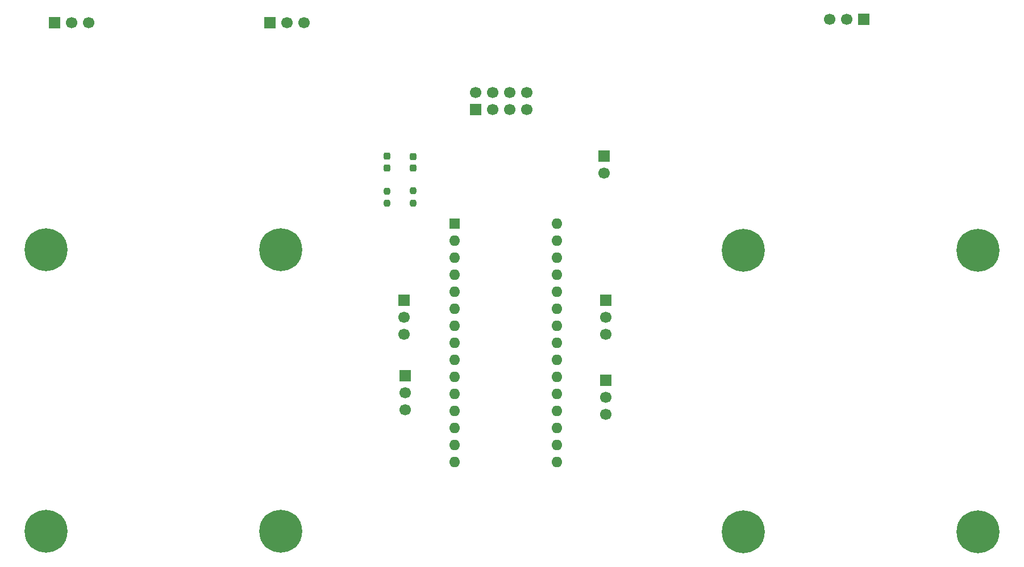
<source format=gts>
%TF.GenerationSoftware,KiCad,Pcbnew,9.0.5*%
%TF.CreationDate,2025-12-04T02:48:25+01:00*%
%TF.ProjectId,Manette drone Robotech,4d616e65-7474-4652-9064-726f6e652052,rev?*%
%TF.SameCoordinates,Original*%
%TF.FileFunction,Soldermask,Top*%
%TF.FilePolarity,Negative*%
%FSLAX46Y46*%
G04 Gerber Fmt 4.6, Leading zero omitted, Abs format (unit mm)*
G04 Created by KiCad (PCBNEW 9.0.5) date 2025-12-04 02:48:25*
%MOMM*%
%LPD*%
G01*
G04 APERTURE LIST*
G04 Aperture macros list*
%AMRoundRect*
0 Rectangle with rounded corners*
0 $1 Rounding radius*
0 $2 $3 $4 $5 $6 $7 $8 $9 X,Y pos of 4 corners*
0 Add a 4 corners polygon primitive as box body*
4,1,4,$2,$3,$4,$5,$6,$7,$8,$9,$2,$3,0*
0 Add four circle primitives for the rounded corners*
1,1,$1+$1,$2,$3*
1,1,$1+$1,$4,$5*
1,1,$1+$1,$6,$7*
1,1,$1+$1,$8,$9*
0 Add four rect primitives between the rounded corners*
20,1,$1+$1,$2,$3,$4,$5,0*
20,1,$1+$1,$4,$5,$6,$7,0*
20,1,$1+$1,$6,$7,$8,$9,0*
20,1,$1+$1,$8,$9,$2,$3,0*%
G04 Aperture macros list end*
%ADD10C,6.400000*%
%ADD11R,1.600000X1.600000*%
%ADD12O,1.600000X1.600000*%
%ADD13R,1.700000X1.700000*%
%ADD14C,1.700000*%
%ADD15RoundRect,0.237500X-0.237500X0.250000X-0.237500X-0.250000X0.237500X-0.250000X0.237500X0.250000X0*%
%ADD16RoundRect,0.237500X-0.237500X0.287500X-0.237500X-0.287500X0.237500X-0.287500X0.237500X0.287500X0*%
G04 APERTURE END LIST*
D10*
%TO.C,H3*%
X170100000Y-58500000D03*
%TD*%
D11*
%TO.C,A1*%
X92100000Y-54500000D03*
D12*
X92100000Y-57040000D03*
X92100000Y-59580000D03*
X92100000Y-62120000D03*
X92100000Y-64660000D03*
X92100000Y-67200000D03*
X92100000Y-69740000D03*
X92100000Y-72280000D03*
X92100000Y-74820000D03*
X92100000Y-77360000D03*
X92100000Y-79900000D03*
X92100000Y-82440000D03*
X92100000Y-84980000D03*
X92100000Y-87520000D03*
X92100000Y-90060000D03*
X107340000Y-90060000D03*
X107340000Y-87520000D03*
X107340000Y-84980000D03*
X107340000Y-82440000D03*
X107340000Y-79900000D03*
X107340000Y-77360000D03*
X107340000Y-74820000D03*
X107340000Y-72280000D03*
X107340000Y-69740000D03*
X107340000Y-67200000D03*
X107340000Y-64660000D03*
X107340000Y-62120000D03*
X107340000Y-59580000D03*
X107340000Y-57040000D03*
X107340000Y-54500000D03*
%TD*%
D13*
%TO.C,GP_POT1*%
X153100000Y-24000000D03*
D14*
X150560000Y-24000000D03*
X148020000Y-24000000D03*
%TD*%
D15*
%TO.C,R2*%
X82000000Y-49637500D03*
X82000000Y-51462500D03*
%TD*%
D10*
%TO.C,H7*%
X66200000Y-58400000D03*
%TD*%
%TO.C,H5*%
X31200000Y-58400000D03*
%TD*%
D15*
%TO.C,R1*%
X85900000Y-49600000D03*
X85900000Y-51425000D03*
%TD*%
D13*
%TO.C,SW1*%
X32520000Y-24500000D03*
D14*
X35060000Y-24500000D03*
X37600000Y-24500000D03*
%TD*%
D10*
%TO.C,H4*%
X31200000Y-100400000D03*
%TD*%
D13*
%TO.C,SW2*%
X64560000Y-24500000D03*
D14*
X67100000Y-24500000D03*
X69640000Y-24500000D03*
%TD*%
D13*
%TO.C,J2*%
X114340000Y-44400000D03*
D14*
X114340000Y-46940000D03*
%TD*%
D13*
%TO.C,JL2*%
X84600000Y-65920000D03*
D14*
X84600000Y-68460000D03*
X84600000Y-71000000D03*
%TD*%
D16*
%TO.C,D2*%
X82000000Y-44412500D03*
X82000000Y-46162500D03*
%TD*%
D13*
%TO.C,JR2*%
X114600000Y-65960000D03*
D14*
X114600000Y-68500000D03*
X114600000Y-71040000D03*
%TD*%
D10*
%TO.C,H8*%
X66200000Y-100400000D03*
%TD*%
D16*
%TO.C,D1*%
X85900000Y-44475000D03*
X85900000Y-46225000D03*
%TD*%
D10*
%TO.C,H6*%
X170100000Y-100500000D03*
%TD*%
D13*
%TO.C,JR1*%
X114600000Y-77880000D03*
D14*
X114600000Y-80420000D03*
X114600000Y-82960000D03*
%TD*%
D13*
%TO.C,J1*%
X95220000Y-37440000D03*
D14*
X95220000Y-34900000D03*
X97760000Y-37440000D03*
X97760000Y-34900000D03*
X100300000Y-37440000D03*
X100300000Y-34900000D03*
X102840000Y-37440000D03*
X102840000Y-34900000D03*
%TD*%
D10*
%TO.C,H2*%
X135100000Y-100500000D03*
%TD*%
D13*
%TO.C,JL1*%
X84700000Y-77160000D03*
D14*
X84700000Y-79700000D03*
X84700000Y-82240000D03*
%TD*%
D10*
%TO.C,H1*%
X135100000Y-58500000D03*
%TD*%
M02*

</source>
